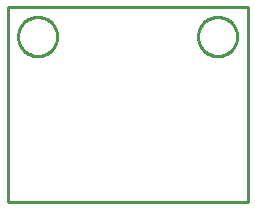
<source format=gbr>
G04 EAGLE Gerber RS-274X export*
G75*
%MOMM*%
%FSLAX34Y34*%
%LPD*%
%IN*%
%IPPOS*%
%AMOC8*
5,1,8,0,0,1.08239X$1,22.5*%
G01*
%ADD10C,0.254000*%


D10*
X0Y0D02*
X203200Y0D01*
X203200Y165100D01*
X0Y165100D01*
X0Y0D01*
X41910Y139160D02*
X41839Y138081D01*
X41698Y137009D01*
X41487Y135949D01*
X41208Y134905D01*
X40860Y133881D01*
X40446Y132883D01*
X39968Y131913D01*
X39428Y130977D01*
X38827Y130078D01*
X38169Y129221D01*
X37457Y128408D01*
X36692Y127644D01*
X35879Y126931D01*
X35022Y126273D01*
X34123Y125672D01*
X33187Y125132D01*
X32217Y124654D01*
X31219Y124240D01*
X30195Y123892D01*
X29151Y123613D01*
X28091Y123402D01*
X27019Y123261D01*
X25940Y123190D01*
X24860Y123190D01*
X23781Y123261D01*
X22709Y123402D01*
X21649Y123613D01*
X20605Y123892D01*
X19581Y124240D01*
X18583Y124654D01*
X17613Y125132D01*
X16677Y125672D01*
X15778Y126273D01*
X14921Y126931D01*
X14108Y127644D01*
X13344Y128408D01*
X12631Y129221D01*
X11973Y130078D01*
X11372Y130977D01*
X10832Y131913D01*
X10354Y132883D01*
X9940Y133881D01*
X9592Y134905D01*
X9313Y135949D01*
X9102Y137009D01*
X8961Y138081D01*
X8890Y139160D01*
X8890Y140240D01*
X8961Y141319D01*
X9102Y142391D01*
X9313Y143451D01*
X9592Y144495D01*
X9940Y145519D01*
X10354Y146517D01*
X10832Y147487D01*
X11372Y148423D01*
X11973Y149322D01*
X12631Y150179D01*
X13344Y150992D01*
X14108Y151757D01*
X14921Y152469D01*
X15778Y153127D01*
X16677Y153728D01*
X17613Y154268D01*
X18583Y154746D01*
X19581Y155160D01*
X20605Y155508D01*
X21649Y155787D01*
X22709Y155998D01*
X23781Y156139D01*
X24860Y156210D01*
X25940Y156210D01*
X27019Y156139D01*
X28091Y155998D01*
X29151Y155787D01*
X30195Y155508D01*
X31219Y155160D01*
X32217Y154746D01*
X33187Y154268D01*
X34123Y153728D01*
X35022Y153127D01*
X35879Y152469D01*
X36692Y151757D01*
X37457Y150992D01*
X38169Y150179D01*
X38827Y149322D01*
X39428Y148423D01*
X39968Y147487D01*
X40446Y146517D01*
X40860Y145519D01*
X41208Y144495D01*
X41487Y143451D01*
X41698Y142391D01*
X41839Y141319D01*
X41910Y140240D01*
X41910Y139160D01*
X194310Y139160D02*
X194239Y138081D01*
X194098Y137009D01*
X193887Y135949D01*
X193608Y134905D01*
X193260Y133881D01*
X192846Y132883D01*
X192368Y131913D01*
X191828Y130977D01*
X191227Y130078D01*
X190569Y129221D01*
X189857Y128408D01*
X189092Y127644D01*
X188279Y126931D01*
X187422Y126273D01*
X186523Y125672D01*
X185587Y125132D01*
X184617Y124654D01*
X183619Y124240D01*
X182595Y123892D01*
X181551Y123613D01*
X180491Y123402D01*
X179419Y123261D01*
X178340Y123190D01*
X177260Y123190D01*
X176181Y123261D01*
X175109Y123402D01*
X174049Y123613D01*
X173005Y123892D01*
X171981Y124240D01*
X170983Y124654D01*
X170013Y125132D01*
X169077Y125672D01*
X168178Y126273D01*
X167321Y126931D01*
X166508Y127644D01*
X165744Y128408D01*
X165031Y129221D01*
X164373Y130078D01*
X163772Y130977D01*
X163232Y131913D01*
X162754Y132883D01*
X162340Y133881D01*
X161992Y134905D01*
X161713Y135949D01*
X161502Y137009D01*
X161361Y138081D01*
X161290Y139160D01*
X161290Y140240D01*
X161361Y141319D01*
X161502Y142391D01*
X161713Y143451D01*
X161992Y144495D01*
X162340Y145519D01*
X162754Y146517D01*
X163232Y147487D01*
X163772Y148423D01*
X164373Y149322D01*
X165031Y150179D01*
X165744Y150992D01*
X166508Y151757D01*
X167321Y152469D01*
X168178Y153127D01*
X169077Y153728D01*
X170013Y154268D01*
X170983Y154746D01*
X171981Y155160D01*
X173005Y155508D01*
X174049Y155787D01*
X175109Y155998D01*
X176181Y156139D01*
X177260Y156210D01*
X178340Y156210D01*
X179419Y156139D01*
X180491Y155998D01*
X181551Y155787D01*
X182595Y155508D01*
X183619Y155160D01*
X184617Y154746D01*
X185587Y154268D01*
X186523Y153728D01*
X187422Y153127D01*
X188279Y152469D01*
X189092Y151757D01*
X189857Y150992D01*
X190569Y150179D01*
X191227Y149322D01*
X191828Y148423D01*
X192368Y147487D01*
X192846Y146517D01*
X193260Y145519D01*
X193608Y144495D01*
X193887Y143451D01*
X194098Y142391D01*
X194239Y141319D01*
X194310Y140240D01*
X194310Y139160D01*
M02*

</source>
